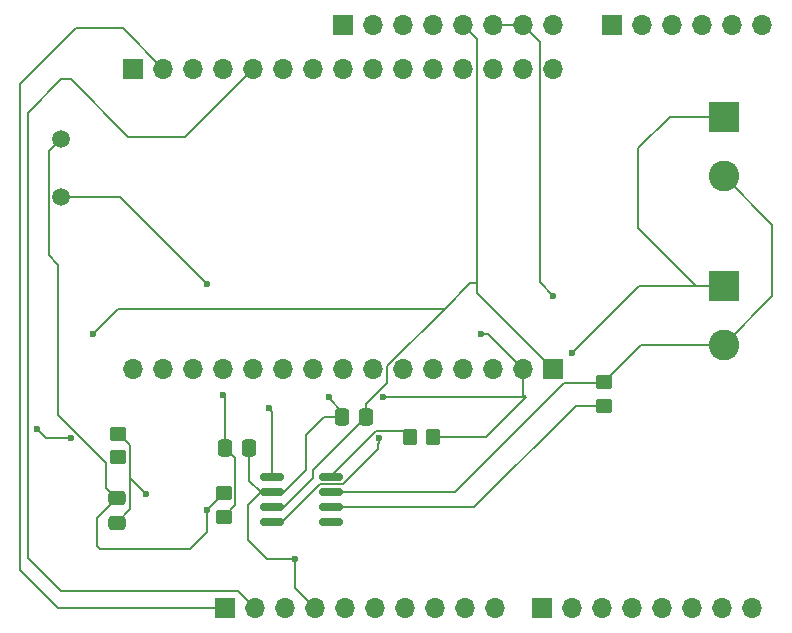
<source format=gbr>
%TF.GenerationSoftware,KiCad,Pcbnew,8.0.2-1*%
%TF.CreationDate,2024-05-15T23:20:04-04:00*%
%TF.ProjectId,ORA_Arduino_ESP_CAN_Shield,4f52415f-4172-4647-9569-6e6f5f455350,rev?*%
%TF.SameCoordinates,Original*%
%TF.FileFunction,Copper,L1,Top*%
%TF.FilePolarity,Positive*%
%FSLAX46Y46*%
G04 Gerber Fmt 4.6, Leading zero omitted, Abs format (unit mm)*
G04 Created by KiCad (PCBNEW 8.0.2-1) date 2024-05-15 23:20:04*
%MOMM*%
%LPD*%
G01*
G04 APERTURE LIST*
G04 Aperture macros list*
%AMRoundRect*
0 Rectangle with rounded corners*
0 $1 Rounding radius*
0 $2 $3 $4 $5 $6 $7 $8 $9 X,Y pos of 4 corners*
0 Add a 4 corners polygon primitive as box body*
4,1,4,$2,$3,$4,$5,$6,$7,$8,$9,$2,$3,0*
0 Add four circle primitives for the rounded corners*
1,1,$1+$1,$2,$3*
1,1,$1+$1,$4,$5*
1,1,$1+$1,$6,$7*
1,1,$1+$1,$8,$9*
0 Add four rect primitives between the rounded corners*
20,1,$1+$1,$2,$3,$4,$5,0*
20,1,$1+$1,$4,$5,$6,$7,0*
20,1,$1+$1,$6,$7,$8,$9,0*
20,1,$1+$1,$8,$9,$2,$3,0*%
G04 Aperture macros list end*
%TA.AperFunction,SMDPad,CuDef*%
%ADD10RoundRect,0.250000X-0.450000X0.350000X-0.450000X-0.350000X0.450000X-0.350000X0.450000X0.350000X0*%
%TD*%
%TA.AperFunction,SMDPad,CuDef*%
%ADD11RoundRect,0.250000X-0.337500X-0.475000X0.337500X-0.475000X0.337500X0.475000X-0.337500X0.475000X0*%
%TD*%
%TA.AperFunction,ComponentPad*%
%ADD12R,1.700000X1.700000*%
%TD*%
%TA.AperFunction,ComponentPad*%
%ADD13O,1.700000X1.700000*%
%TD*%
%TA.AperFunction,SMDPad,CuDef*%
%ADD14RoundRect,0.250000X0.475000X-0.337500X0.475000X0.337500X-0.475000X0.337500X-0.475000X-0.337500X0*%
%TD*%
%TA.AperFunction,SMDPad,CuDef*%
%ADD15RoundRect,0.250000X-0.350000X-0.450000X0.350000X-0.450000X0.350000X0.450000X-0.350000X0.450000X0*%
%TD*%
%TA.AperFunction,SMDPad,CuDef*%
%ADD16RoundRect,0.250000X0.337500X0.475000X-0.337500X0.475000X-0.337500X-0.475000X0.337500X-0.475000X0*%
%TD*%
%TA.AperFunction,SMDPad,CuDef*%
%ADD17RoundRect,0.150000X-0.825000X-0.150000X0.825000X-0.150000X0.825000X0.150000X-0.825000X0.150000X0*%
%TD*%
%TA.AperFunction,ComponentPad*%
%ADD18R,2.600000X2.600000*%
%TD*%
%TA.AperFunction,ComponentPad*%
%ADD19C,2.600000*%
%TD*%
%TA.AperFunction,ComponentPad*%
%ADD20C,1.500000*%
%TD*%
%TA.AperFunction,ViaPad*%
%ADD21C,0.600000*%
%TD*%
%TA.AperFunction,Conductor*%
%ADD22C,0.200000*%
%TD*%
G04 APERTURE END LIST*
D10*
%TO.P,R1,1*%
%TO.N,Net-(U2-OSC2)*%
X41615000Y-64980000D03*
%TO.P,R1,2*%
%TO.N,Net-(U2-OSC1)*%
X41615000Y-66980000D03*
%TD*%
%TO.P,TR1,1*%
%TO.N,CAN_H*%
X73825000Y-55560000D03*
%TO.P,TR1,2*%
%TO.N,CAN_L*%
X73825000Y-57560000D03*
%TD*%
D11*
%TO.P,C2,1*%
%TO.N,Net-(U2-OSC1)*%
X41727500Y-61130000D03*
%TO.P,C2,2*%
%TO.N,GND*%
X43802500Y-61130000D03*
%TD*%
D12*
%TO.P,Digital_1,1,Pin_1*%
%TO.N,SCL*%
X41695000Y-74670000D03*
D13*
%TO.P,Digital_1,2,Pin_2*%
%TO.N,SDA*%
X44235000Y-74670000D03*
%TO.P,Digital_1,3,Pin_3*%
%TO.N,unconnected-(Digital_1-Pin_3-Pad3)*%
X46775000Y-74670000D03*
%TO.P,Digital_1,4,Pin_4*%
%TO.N,GND*%
X49315000Y-74670000D03*
%TO.P,Digital_1,5,Pin_5*%
%TO.N,SCK*%
X51855000Y-74670000D03*
%TO.P,Digital_1,6,Pin_6*%
%TO.N,SO*%
X54395000Y-74670000D03*
%TO.P,Digital_1,7,Pin_7*%
%TO.N,SI*%
X56935000Y-74670000D03*
%TO.P,Digital_1,8,Pin_8*%
%TO.N,CS*%
X59475000Y-74670000D03*
%TO.P,Digital_1,9,Pin_9*%
%TO.N,unconnected-(Digital_1-Pin_9-Pad9)*%
X62015000Y-74670000D03*
%TO.P,Digital_1,10,Pin_10*%
%TO.N,unconnected-(Digital_1-Pin_10-Pad10)*%
X64555000Y-74670000D03*
%TD*%
D14*
%TO.P,C1,1*%
%TO.N,GND*%
X32555000Y-67487500D03*
%TO.P,C1,2*%
%TO.N,Net-(U2-OSC2)*%
X32555000Y-65412500D03*
%TD*%
D12*
%TO.P,Power_1,1,Pin_1*%
%TO.N,unconnected-(Power_1-Pin_1-Pad1)*%
X51715000Y-25320000D03*
D13*
%TO.P,Power_1,2,Pin_2*%
%TO.N,unconnected-(Power_1-Pin_2-Pad2)*%
X54255000Y-25320000D03*
%TO.P,Power_1,3,Pin_3*%
%TO.N,unconnected-(Power_1-Pin_3-Pad3)*%
X56795000Y-25320000D03*
%TO.P,Power_1,4,Pin_4*%
%TO.N,unconnected-(Power_1-Pin_4-Pad4)*%
X59335000Y-25320000D03*
%TO.P,Power_1,5,Pin_5*%
%TO.N,+5V*%
X61875000Y-25320000D03*
%TO.P,Power_1,6,Pin_6*%
%TO.N,GND*%
X64415000Y-25320000D03*
%TO.P,Power_1,7,Pin_7*%
X66955000Y-25320000D03*
%TO.P,Power_1,8,Pin_8*%
%TO.N,unconnected-(Power_1-Pin_8-Pad8)*%
X69495000Y-25320000D03*
%TD*%
D15*
%TO.P,R3,1*%
%TO.N,Net-(U3-Rs)*%
X57375000Y-60220000D03*
%TO.P,R3,2*%
%TO.N,GND*%
X59375000Y-60220000D03*
%TD*%
D12*
%TO.P,Analog_1,1,Pin_1*%
%TO.N,unconnected-(Analog_1-Pin_1-Pad1)*%
X74495000Y-25300000D03*
D13*
%TO.P,Analog_1,2,Pin_2*%
%TO.N,unconnected-(Analog_1-Pin_2-Pad2)*%
X77035000Y-25300000D03*
%TO.P,Analog_1,3,Pin_3*%
%TO.N,unconnected-(Analog_1-Pin_3-Pad3)*%
X79575000Y-25300000D03*
%TO.P,Analog_1,4,Pin_4*%
%TO.N,unconnected-(Analog_1-Pin_4-Pad4)*%
X82115000Y-25300000D03*
%TO.P,Analog_1,5,Pin_5*%
%TO.N,unconnected-(Analog_1-Pin_5-Pad5)*%
X84655000Y-25300000D03*
%TO.P,Analog_1,6,Pin_6*%
%TO.N,unconnected-(Analog_1-Pin_6-Pad6)*%
X87195000Y-25300000D03*
%TD*%
D16*
%TO.P,C3,1*%
%TO.N,+5V*%
X53690000Y-58500000D03*
%TO.P,C3,2*%
%TO.N,GND*%
X51615000Y-58500000D03*
%TD*%
D12*
%TO.P,Digital_2,1,Pin_1*%
%TO.N,unconnected-(Digital_2-Pin_1-Pad1)*%
X68545000Y-74690000D03*
D13*
%TO.P,Digital_2,2,Pin_2*%
%TO.N,unconnected-(Digital_2-Pin_2-Pad2)*%
X71085000Y-74690000D03*
%TO.P,Digital_2,3,Pin_3*%
%TO.N,unconnected-(Digital_2-Pin_3-Pad3)*%
X73625000Y-74690000D03*
%TO.P,Digital_2,4,Pin_4*%
%TO.N,unconnected-(Digital_2-Pin_4-Pad4)*%
X76165000Y-74690000D03*
%TO.P,Digital_2,5,Pin_5*%
%TO.N,unconnected-(Digital_2-Pin_5-Pad5)*%
X78705000Y-74690000D03*
%TO.P,Digital_2,6,Pin_6*%
%TO.N,INT*%
X81245000Y-74690000D03*
%TO.P,Digital_2,7,Pin_7*%
%TO.N,unconnected-(Digital_2-Pin_7-Pad7)*%
X83785000Y-74690000D03*
%TO.P,Digital_2,8,Pin_8*%
%TO.N,unconnected-(Digital_2-Pin_8-Pad8)*%
X86325000Y-74690000D03*
%TD*%
D17*
%TO.P,U3,1,TXD*%
%TO.N,Net-(U2-TXCAN)*%
X45750000Y-63615000D03*
%TO.P,U3,2,VSS*%
%TO.N,GND*%
X45750000Y-64885000D03*
%TO.P,U3,3,VDD*%
%TO.N,+5V*%
X45750000Y-66155000D03*
%TO.P,U3,4,RXD*%
%TO.N,Net-(U2-RXCAN)*%
X45750000Y-67425000D03*
%TO.P,U3,5,Vref*%
%TO.N,unconnected-(U3-Vref-Pad5)*%
X50700000Y-67425000D03*
%TO.P,U3,6,CANL*%
%TO.N,CAN_L*%
X50700000Y-66155000D03*
%TO.P,U3,7,CANH*%
%TO.N,CAN_H*%
X50700000Y-64885000D03*
%TO.P,U3,8,Rs*%
%TO.N,Net-(U3-Rs)*%
X50700000Y-63615000D03*
%TD*%
D10*
%TO.P,R2,1*%
%TO.N,GND*%
X32695000Y-59930000D03*
%TO.P,R2,2*%
%TO.N,Net-(U2-~{RESET})*%
X32695000Y-61930000D03*
%TD*%
D12*
%TO.P,EN_1,1,Pin_1*%
%TO.N,+5V*%
X69530000Y-54460000D03*
D13*
%TO.P,EN_1,2,Pin_2*%
%TO.N,GND*%
X66990000Y-54460000D03*
%TO.P,EN_1,3,Pin_3*%
%TO.N,unconnected-(EN_1-Pin_3-Pad3)*%
X64450000Y-54460000D03*
%TO.P,EN_1,4,Pin_4*%
%TO.N,unconnected-(EN_1-Pin_4-Pad4)*%
X61910000Y-54460000D03*
%TO.P,EN_1,5,Pin_5*%
%TO.N,unconnected-(EN_1-Pin_5-Pad5)*%
X59370000Y-54460000D03*
%TO.P,EN_1,6,Pin_6*%
%TO.N,unconnected-(EN_1-Pin_6-Pad6)*%
X56830000Y-54460000D03*
%TO.P,EN_1,7,Pin_7*%
%TO.N,unconnected-(EN_1-Pin_7-Pad7)*%
X54290000Y-54460000D03*
%TO.P,EN_1,8,Pin_8*%
%TO.N,unconnected-(EN_1-Pin_8-Pad8)*%
X51750000Y-54460000D03*
%TO.P,EN_1,9,Pin_9*%
%TO.N,unconnected-(EN_1-Pin_9-Pad9)*%
X49210000Y-54460000D03*
%TO.P,EN_1,10,Pin_10*%
%TO.N,unconnected-(EN_1-Pin_10-Pad10)*%
X46670000Y-54460000D03*
%TO.P,EN_1,11,Pin_11*%
%TO.N,unconnected-(EN_1-Pin_11-Pad11)*%
X44130000Y-54460000D03*
%TO.P,EN_1,12,Pin_12*%
%TO.N,unconnected-(EN_1-Pin_12-Pad12)*%
X41590000Y-54460000D03*
%TO.P,EN_1,13,Pin_13*%
%TO.N,unconnected-(EN_1-Pin_13-Pad13)*%
X39050000Y-54460000D03*
%TO.P,EN_1,14,Pin_14*%
%TO.N,unconnected-(EN_1-Pin_14-Pad14)*%
X36510000Y-54460000D03*
%TO.P,EN_1,15,Pin_15*%
%TO.N,unconnected-(EN_1-Pin_15-Pad15)*%
X33970000Y-54460000D03*
%TD*%
D18*
%TO.P,J1,1,Pin_1*%
%TO.N,CAN_L*%
X83990000Y-47420000D03*
D19*
%TO.P,J1,2,Pin_2*%
%TO.N,CAN_H*%
X83990000Y-52420000D03*
%TD*%
D18*
%TO.P,J2,1,Pin_1*%
%TO.N,CAN_L*%
X83940000Y-33110000D03*
D19*
%TO.P,J2,2,Pin_2*%
%TO.N,CAN_H*%
X83940000Y-38110000D03*
%TD*%
D12*
%TO.P,BOOT_1,1,Pin_1*%
%TO.N,unconnected-(BOOT_1-Pin_1-Pad1)*%
X33970000Y-29060000D03*
D13*
%TO.P,BOOT_1,2,Pin_2*%
%TO.N,SCL*%
X36510000Y-29060000D03*
%TO.P,BOOT_1,3,Pin_3*%
%TO.N,unconnected-(BOOT_1-Pin_3-Pad3)*%
X39050000Y-29060000D03*
%TO.P,BOOT_1,4,Pin_4*%
%TO.N,unconnected-(BOOT_1-Pin_4-Pad4)*%
X41590000Y-29060000D03*
%TO.P,BOOT_1,5,Pin_5*%
%TO.N,SDA*%
X44130000Y-29060000D03*
%TO.P,BOOT_1,6,Pin_6*%
%TO.N,unconnected-(BOOT_1-Pin_6-Pad6)*%
X46670000Y-29060000D03*
%TO.P,BOOT_1,7,Pin_7*%
%TO.N,unconnected-(BOOT_1-Pin_7-Pad7)*%
X49210000Y-29060000D03*
%TO.P,BOOT_1,8,Pin_8*%
%TO.N,unconnected-(BOOT_1-Pin_8-Pad8)*%
X51750000Y-29060000D03*
%TO.P,BOOT_1,9,Pin_9*%
%TO.N,unconnected-(BOOT_1-Pin_9-Pad9)*%
X54290000Y-29060000D03*
%TO.P,BOOT_1,10,Pin_10*%
%TO.N,unconnected-(BOOT_1-Pin_10-Pad10)*%
X56830000Y-29060000D03*
%TO.P,BOOT_1,11,Pin_11*%
%TO.N,unconnected-(BOOT_1-Pin_11-Pad11)*%
X59370000Y-29060000D03*
%TO.P,BOOT_1,12,Pin_12*%
%TO.N,unconnected-(BOOT_1-Pin_12-Pad12)*%
X61910000Y-29060000D03*
%TO.P,BOOT_1,13,Pin_13*%
%TO.N,unconnected-(BOOT_1-Pin_13-Pad13)*%
X64450000Y-29060000D03*
%TO.P,BOOT_1,14,Pin_14*%
%TO.N,unconnected-(BOOT_1-Pin_14-Pad14)*%
X66990000Y-29060000D03*
%TO.P,BOOT_1,15,Pin_15*%
%TO.N,unconnected-(BOOT_1-Pin_15-Pad15)*%
X69530000Y-29060000D03*
%TD*%
D20*
%TO.P,Y1,1,1*%
%TO.N,Net-(U2-OSC1)*%
X27865000Y-39870000D03*
%TO.P,Y1,2,2*%
%TO.N,Net-(U2-OSC2)*%
X27865000Y-34990000D03*
%TD*%
D21*
%TO.N,Net-(U2-OSC2)*%
X40165000Y-66410000D03*
%TO.N,Net-(U2-OSC1)*%
X40225000Y-47240000D03*
X41365000Y-67040000D03*
X41585000Y-56650000D03*
%TO.N,+5V*%
X30560000Y-51480000D03*
%TO.N,GND*%
X69540000Y-48270000D03*
X55135000Y-56860000D03*
X50505000Y-56840000D03*
X47665000Y-70530000D03*
X63440000Y-51480000D03*
X35035000Y-65090000D03*
%TO.N,CS*%
X28675000Y-60290000D03*
X25855000Y-59530000D03*
%TO.N,CAN_L*%
X73705000Y-57520000D03*
X71115000Y-53110000D03*
%TO.N,Net-(U2-~{RESET})*%
X32625000Y-61820000D03*
%TO.N,Net-(U2-RXCAN)*%
X54775000Y-60330000D03*
%TO.N,Net-(U2-TXCAN)*%
X45415000Y-57780000D03*
%TD*%
D22*
%TO.N,Net-(U2-OSC2)*%
X26815000Y-36040000D02*
X27865000Y-34990000D01*
X40185000Y-66410000D02*
X40165000Y-66410000D01*
X31695000Y-62461471D02*
X27615000Y-58381471D01*
X26815000Y-44850000D02*
X26815000Y-36040000D01*
X32555000Y-65412500D02*
X31695000Y-64552500D01*
X31115000Y-69680000D02*
X38735000Y-69680000D01*
X27615000Y-58381471D02*
X27615000Y-45650000D01*
X40185000Y-68230000D02*
X40185000Y-66410000D01*
X27615000Y-45650000D02*
X26815000Y-44850000D01*
X38735000Y-69680000D02*
X40185000Y-68230000D01*
X40185000Y-66410000D02*
X40185000Y-66410000D01*
X30895000Y-67072500D02*
X30895000Y-69460000D01*
X32555000Y-65412500D02*
X30895000Y-67072500D01*
X30895000Y-69460000D02*
X31115000Y-69680000D01*
X40165000Y-66410000D02*
X40165000Y-66430000D01*
X31695000Y-64552500D02*
X31695000Y-62461471D01*
X40165000Y-66430000D02*
X41615000Y-64980000D01*
%TO.N,Net-(U2-OSC1)*%
X41685000Y-56650000D02*
X41585000Y-56650000D01*
X42615000Y-65980000D02*
X41615000Y-66980000D01*
X32855000Y-39870000D02*
X27865000Y-39870000D01*
X40225000Y-47240000D02*
X32855000Y-39870000D01*
X42615000Y-62017500D02*
X42615000Y-65980000D01*
X41727500Y-56692500D02*
X41685000Y-56650000D01*
X41727500Y-61130000D02*
X42615000Y-62017500D01*
X41585000Y-56650000D02*
X41585000Y-56550000D01*
X41585000Y-56550000D02*
X41685000Y-56650000D01*
X41727500Y-61130000D02*
X41727500Y-56692500D01*
%TO.N,+5V*%
X49205000Y-63674999D02*
X49205000Y-62985000D01*
X32693173Y-49346827D02*
X60316827Y-49346827D01*
X63060000Y-47170000D02*
X62493654Y-47170000D01*
X63060000Y-47170000D02*
X63060000Y-47990000D01*
X45750000Y-66155000D02*
X46724999Y-66155000D01*
X61875000Y-25320000D02*
X63060000Y-26505000D01*
X63060000Y-26505000D02*
X63060000Y-47170000D01*
X62493654Y-47170000D02*
X60316827Y-49346827D01*
X30560000Y-51480000D02*
X32693173Y-49346827D01*
X60316827Y-49346827D02*
X55440000Y-54223654D01*
X55440000Y-55670000D02*
X53690000Y-57420000D01*
X63060000Y-47990000D02*
X69530000Y-54460000D01*
X53690000Y-57420000D02*
X53690000Y-58500000D01*
X46724999Y-66155000D02*
X49205000Y-63674999D01*
X49205000Y-62985000D02*
X53690000Y-58500000D01*
X55440000Y-54223654D02*
X55440000Y-55670000D01*
%TO.N,SDA*%
X25025000Y-70480000D02*
X25025000Y-32800000D01*
X27845000Y-73300000D02*
X25025000Y-70480000D01*
X25025000Y-32800000D02*
X27875000Y-29950000D01*
X42865000Y-73300000D02*
X27845000Y-73300000D01*
X33555000Y-34850000D02*
X38340000Y-34850000D01*
X44235000Y-74670000D02*
X42865000Y-73300000D01*
X28655000Y-29950000D02*
X33555000Y-34850000D01*
X38340000Y-34850000D02*
X44130000Y-29060000D01*
X27875000Y-29950000D02*
X28655000Y-29950000D01*
%TO.N,SCL*%
X27579000Y-74670000D02*
X24379000Y-71470000D01*
X24379000Y-71470000D02*
X24379000Y-30366000D01*
X24379000Y-30366000D02*
X29115000Y-25630000D01*
X29115000Y-25630000D02*
X33080000Y-25630000D01*
X33080000Y-25630000D02*
X36510000Y-29060000D01*
X41695000Y-74670000D02*
X27579000Y-74670000D01*
%TO.N,GND*%
X48575000Y-60070000D02*
X50145000Y-58500000D01*
X48575000Y-63034999D02*
X48575000Y-60070000D01*
X47665000Y-73020000D02*
X49315000Y-74670000D01*
X64415000Y-25320000D02*
X66955000Y-25320000D01*
X33695000Y-63700000D02*
X33705000Y-63700000D01*
X63845000Y-60220000D02*
X59375000Y-60220000D01*
X67205000Y-56860000D02*
X66990000Y-56645000D01*
X35035000Y-65090000D02*
X35095000Y-65090000D01*
X50145000Y-58500000D02*
X51615000Y-58500000D01*
X35035000Y-65030000D02*
X35035000Y-65090000D01*
X44775001Y-64885000D02*
X43695000Y-65965001D01*
X43802500Y-63912499D02*
X44775001Y-64885000D01*
X50505000Y-56960000D02*
X50505000Y-56840000D01*
X50505000Y-56840000D02*
X50385000Y-56840000D01*
X43695000Y-65965001D02*
X43695000Y-68910000D01*
X64040000Y-51510000D02*
X63440000Y-51480000D01*
X33695000Y-66347500D02*
X32555000Y-67487500D01*
X43695000Y-68910000D02*
X45315000Y-70530000D01*
X51615000Y-58500000D02*
X51615000Y-58070000D01*
X33695000Y-63700000D02*
X33695000Y-66347500D01*
X45315000Y-70530000D02*
X47665000Y-70530000D01*
X51615000Y-58070000D02*
X50505000Y-56960000D01*
X45750000Y-64885000D02*
X46724999Y-64885000D01*
X50385000Y-56840000D02*
X50465000Y-56920000D01*
X68380000Y-47110000D02*
X68380000Y-26745000D01*
X35095000Y-65090000D02*
X35035000Y-65030000D01*
X67205000Y-56860000D02*
X63845000Y-60220000D01*
X69540000Y-48270000D02*
X68380000Y-47110000D01*
X33705000Y-63700000D02*
X35035000Y-65030000D01*
X55135000Y-56860000D02*
X67205000Y-56860000D01*
X43802500Y-61130000D02*
X43802500Y-63912499D01*
X33695000Y-60930000D02*
X33695000Y-63700000D01*
X66990000Y-56645000D02*
X66990000Y-54460000D01*
X68380000Y-26745000D02*
X66955000Y-25320000D01*
X32695000Y-59930000D02*
X33695000Y-60930000D01*
X46724999Y-64885000D02*
X48575000Y-63034999D01*
X44775001Y-64885000D02*
X45750000Y-64885000D01*
X66990000Y-54460000D02*
X64040000Y-51510000D01*
X47665000Y-70530000D02*
X47665000Y-73020000D01*
X63440000Y-51480000D02*
X63440000Y-51510000D01*
%TO.N,CS*%
X25855000Y-59530000D02*
X26605000Y-60280000D01*
X28675000Y-60290000D02*
X28545000Y-60280000D01*
X28525000Y-60280000D02*
X28675000Y-60290000D01*
X26605000Y-60280000D02*
X28525000Y-60280000D01*
X28545000Y-60280000D02*
X28535000Y-60280000D01*
%TO.N,CAN_H*%
X83990000Y-52420000D02*
X88085000Y-48325000D01*
X50700000Y-64885000D02*
X61170000Y-64885000D01*
X73825000Y-55560000D02*
X73775000Y-55610000D01*
X70445000Y-55610000D02*
X61170000Y-64885000D01*
X76965000Y-52420000D02*
X73825000Y-55560000D01*
X83990000Y-52420000D02*
X76965000Y-52420000D01*
X73775000Y-55610000D02*
X70445000Y-55610000D01*
X88085000Y-42255000D02*
X83940000Y-38110000D01*
X88085000Y-48325000D02*
X88085000Y-42255000D01*
%TO.N,CAN_L*%
X76725000Y-35770000D02*
X76725000Y-42550000D01*
X83940000Y-33110000D02*
X79385000Y-33110000D01*
X71415000Y-57560000D02*
X73825000Y-57560000D01*
X76805000Y-47420000D02*
X71115000Y-53110000D01*
X50700000Y-66155000D02*
X62820000Y-66155000D01*
X79385000Y-33110000D02*
X76725000Y-35770000D01*
X83990000Y-47420000D02*
X76805000Y-47420000D01*
X81595000Y-47420000D02*
X83990000Y-47420000D01*
X62820000Y-66155000D02*
X71415000Y-57560000D01*
X76725000Y-42550000D02*
X81595000Y-47420000D01*
%TO.N,Net-(U3-Rs)*%
X54485000Y-59730000D02*
X50700000Y-63515000D01*
X56885000Y-59730000D02*
X54485000Y-59730000D01*
X57375000Y-60220000D02*
X56885000Y-59730000D01*
X50700000Y-63515000D02*
X50700000Y-63615000D01*
%TO.N,Net-(U2-RXCAN)*%
X54685000Y-61245552D02*
X54775000Y-60330000D01*
X45750000Y-67425000D02*
X46544448Y-67425000D01*
X51715552Y-64215000D02*
X54685000Y-61245552D01*
X46544448Y-67425000D02*
X49754448Y-64215000D01*
X54775000Y-60330000D02*
X54685000Y-60300000D01*
X49754448Y-64215000D02*
X51715552Y-64215000D01*
%TO.N,Net-(U2-TXCAN)*%
X45750000Y-63615000D02*
X45750000Y-58095000D01*
X45415000Y-57780000D02*
X45415000Y-57760000D01*
X45435000Y-57780000D02*
X45415000Y-57780000D01*
X45415000Y-57760000D02*
X45495000Y-57840000D01*
X45750000Y-58095000D02*
X45435000Y-57780000D01*
%TD*%
M02*

</source>
